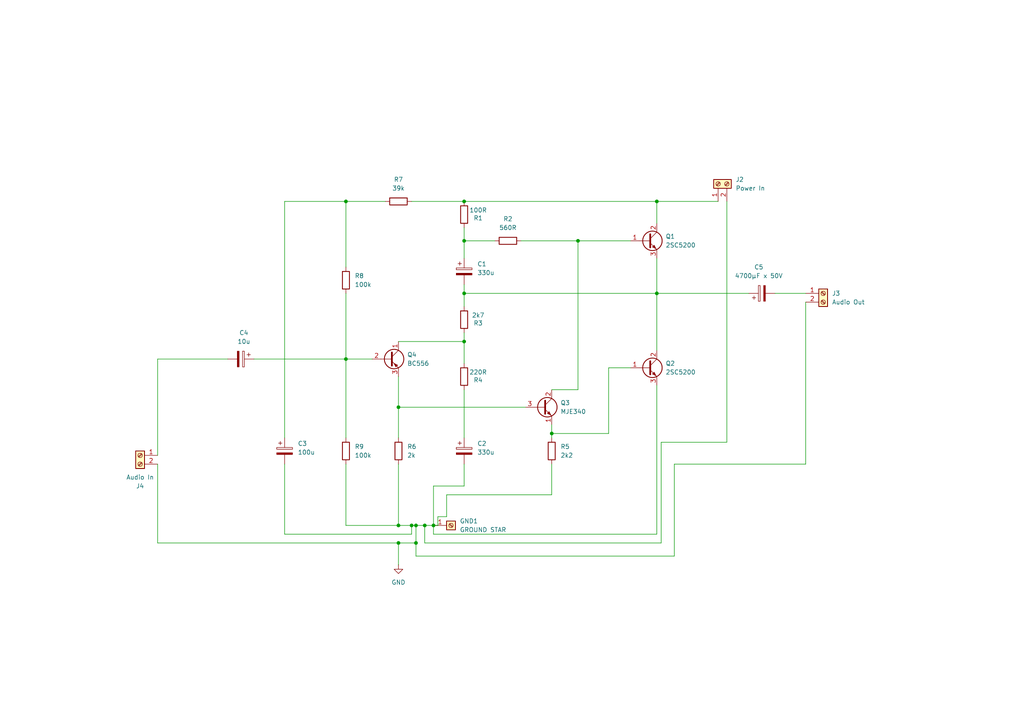
<source format=kicad_sch>
(kicad_sch (version 20250114) (generator "eeschema") (generator_version "9.0")
  (paper "A4")
  (title_block (title "BDNM-01") (date "2025-10-15"))
  (lib_symbols
    (symbol "Connector:Screw_Terminal_01x01" (pin_names (offset 1.016) (hide yes))
      (property "Reference" "J" (at 0 2.54 0))
      (property "Value" "Screw_Terminal_01x01" (at 0 -2.54 0))
      (symbol "Screw_Terminal_01x01_1_1"
        (rectangle (start -1.27 1.27) (end 1.27 -1.27) (stroke (width 0.254)) (fill (type background)))
        (polyline (pts (xy -0.5334 0.3302) (xy 0.3302 -0.508)) (stroke (width 0.1524)))
        (polyline (pts (xy -0.3556 0.508) (xy 0.508 -0.3302)) (stroke (width 0.1524)))
        (circle (center 0 0) (radius 0.635) (stroke (width 0.1524)))
        (pin passive line (at -5.08 0 0) (length 3.81) (name "Pin_1") (number "1"))
      )
    )
    (symbol "Connector:Screw_Terminal_01x02" (pin_names (offset 1.016) (hide yes))
      (property "Reference" "J" (at 0 2.54 0))
      (property "Value" "Screw_Terminal_01x02" (at 0 -5.08 0))
      (symbol "Screw_Terminal_01x02_1_1"
        (rectangle (start -1.27 1.27) (end 1.27 -3.81) (stroke (width 0.254)) (fill (type background)))
        (polyline (pts (xy -0.5334 0.3302) (xy 0.3302 -0.508)) (stroke (width 0.1524)))
        (polyline (pts (xy -0.5334 -2.2098) (xy 0.3302 -3.048)) (stroke (width 0.1524)))
        (polyline (pts (xy -0.3556 0.508) (xy 0.508 -0.3302)) (stroke (width 0.1524)))
        (polyline (pts (xy -0.3556 -2.032) (xy 0.508 -2.8702)) (stroke (width 0.1524)))
        (circle (center 0 0) (radius 0.635) (stroke (width 0.1524)))
        (circle (center 0 -2.54) (radius 0.635) (stroke (width 0.1524)))
        (pin passive line (at -5.08 0 0) (length 3.81) (name "Pin_1") (number "1"))
        (pin passive line (at -5.08 -2.54 0) (length 3.81) (name "Pin_2") (number "2"))
      )
    )
    (symbol "Device:C_Polarized" (pin_numbers (hide yes)) (pin_names (offset 0.254))
      (property "Reference" "C" (at 0.635 2.54 0))
      (property "Value" "C_Polarized" (at 0.635 -2.54 0))
      (symbol "C_Polarized_0_1"
        (rectangle (start -2.286 0.508) (end 2.286 1.016))
        (polyline (pts (xy -1.778 2.286) (xy -0.762 2.286)))
        (polyline (pts (xy -1.27 2.794) (xy -1.27 1.778)))
        (rectangle (start 2.286 -0.508) (end -2.286 -1.016) (fill (type outline)))
      )
      (symbol "C_Polarized_1_1"
        (pin passive line (at 0 3.81 270) (length 2.794) (name "~") (number "1"))
        (pin passive line (at 0 -3.81 90) (length 2.794) (name "~") (number "2"))
      )
    )
    (symbol "Device:R" (pin_numbers (hide yes)) (pin_names (offset 0))
      (property "Reference" "R" (at 2.032 0 90))
      (property "Value" "R" (at 0 0 90))
      (symbol "R_0_1"
        (rectangle (start -1.016 -2.54) (end 1.016 2.54) (stroke (width 0.254)))
      )
      (symbol "R_1_1"
        (pin passive line (at 0 3.81 270) (length 1.27) (name "~") (number "1"))
        (pin passive line (at 0 -3.81 90) (length 1.27) (name "~") (number "2"))
      )
    )
    (symbol "Transistor_BJT:BC556" (pin_names (offset 0) (hide yes))
      (property "Reference" "Q" (at 5.08 1.905 0))
      (property "Value" "BC556" (at 5.08 0 0))
      (symbol "BC556_0_1"
        (polyline (pts (xy -2.54 0) (xy 0.635 0)))
        (polyline (pts (xy 0.635 1.905) (xy 0.635 -1.905)) (stroke (width 0.508)))
        (polyline (pts (xy 0.635 0.635) (xy 2.54 2.54)))
        (polyline (pts (xy 0.635 -0.635) (xy 2.54 -2.54)))
        (circle (center 1.27 0) (radius 2.8194) (stroke (width 0.254)))
        (polyline (pts (xy 2.286 -1.778) (xy 1.778 -2.286) (xy 1.27 -1.27) (xy 2.286 -1.778)) (fill (type outline)))
      )
      (symbol "BC556_1_1"
        (pin input line (at -5.08 0 0) (length 2.54) (name "B") (number "2"))
        (pin passive line (at 2.54 5.08 270) (length 2.54) (name "C") (number "1"))
        (pin passive line (at 2.54 -5.08 90) (length 2.54) (name "E") (number "3"))
      )
    )
    (symbol "Transistor_BJT:Q_NPN_BCE" (pin_names (offset 0) (hide yes))
      (property "Reference" "Q" (at 5.08 1.27 0))
      (property "Value" "Q_NPN_BCE" (at 5.08 -1.27 0))
      (symbol "Q_NPN_BCE_0_1"
        (polyline (pts (xy -2.54 0) (xy 0.635 0)))
        (polyline (pts (xy 0.635 1.905) (xy 0.635 -1.905)) (stroke (width 0.508)))
        (circle (center 1.27 0) (radius 2.8194) (stroke (width 0.254)))
      )
      (symbol "Q_NPN_BCE_1_1"
        (polyline (pts (xy 0.635 0.635) (xy 2.54 2.54)))
        (polyline (pts (xy 0.635 -0.635) (xy 2.54 -2.54)))
        (polyline (pts (xy 1.27 -1.778) (xy 1.778 -1.27) (xy 2.286 -2.286) (xy 1.27 -1.778)) (fill (type outline)))
        (pin input line (at -5.08 0 0) (length 2.54) (name "B") (number "1"))
        (pin passive line (at 2.54 5.08 270) (length 2.54) (name "C") (number "2"))
        (pin passive line (at 2.54 -5.08 90) (length 2.54) (name "E") (number "3"))
      )
    )
    (symbol "Transistor_BJT:Q_NPN_ECB" (pin_names (offset 0) (hide yes))
      (property "Reference" "Q" (at 5.08 1.27 0))
      (property "Value" "Q_NPN_ECB" (at 5.08 -1.27 0))
      (symbol "Q_NPN_ECB_0_1"
        (polyline (pts (xy -2.54 0) (xy 0.635 0)))
        (polyline (pts (xy 0.635 1.905) (xy 0.635 -1.905)) (stroke (width 0.508)))
        (circle (center 1.27 0) (radius 2.8194) (stroke (width 0.254)))
      )
      (symbol "Q_NPN_ECB_1_1"
        (polyline (pts (xy 0.635 0.635) (xy 2.54 2.54)))
        (polyline (pts (xy 0.635 -0.635) (xy 2.54 -2.54)))
        (polyline (pts (xy 1.27 -1.778) (xy 1.778 -1.27) (xy 2.286 -2.286) (xy 1.27 -1.778)) (fill (type outline)))
        (pin input line (at -5.08 0 0) (length 2.54) (name "B") (number "3"))
        (pin passive line (at 2.54 5.08 270) (length 2.54) (name "C") (number "2"))
        (pin passive line (at 2.54 -5.08 90) (length 2.54) (name "E") (number "1"))
      )
    )
    (symbol "power:GND" (power) (pin_numbers (hide yes)) (pin_names (offset 0) (hide yes))
      (property "Value" "GND" (at 0 -3.81 0))
      (symbol "GND_0_1"
        (polyline (pts (xy 0 0) (xy 0 -1.27) (xy 1.27 -1.27) (xy 0 -2.54) (xy -1.27 -1.27) (xy 0 -1.27)))
      )
      (symbol "GND_1_1"
        (pin power_in line (at 0 0 270) (length 0) (name "~") (number "1"))
      )
    )
  )
  (junction (at 190.5 85.09))
  (junction (at 119.38 152.4))
  (junction (at 100.33 58.42))
  (junction (at 120.65 157.48))
  (junction (at 115.57 152.4))
  (junction (at 134.62 99.06))
  (junction (at 134.62 85.09))
  (junction (at 190.5 58.42))
  (junction (at 125.73 152.4))
  (junction (at 120.65 152.4))
  (junction (at 115.57 157.48))
  (junction (at 134.62 58.42))
  (junction (at 167.64 69.85))
  (junction (at 123.19 152.4))
  (junction (at 115.57 118.11))
  (junction (at 160.02 125.73))
  (junction (at 100.33 104.14))
  (junction (at 134.62 69.85))
  (wire (pts (xy 115.57 163.83) (xy 115.57 157.48)))
  (wire (pts (xy 160.02 125.73) (xy 160.02 127)))
  (wire (pts (xy 125.73 154.94) (xy 125.73 152.4)))
  (wire (pts (xy 176.53 106.68) (xy 182.88 106.68)))
  (wire (pts (xy 134.62 69.85) (xy 143.51 69.85)))
  (wire (pts (xy 129.54 143.51) (xy 129.54 149.86)))
  (wire (pts (xy 115.57 134.62) (xy 115.57 152.4)))
  (wire (pts (xy 115.57 99.06) (xy 134.62 99.06)))
  (wire (pts (xy 217.17 85.09) (xy 190.5 85.09)))
  (wire (pts (xy 190.5 74.93) (xy 190.5 85.09)))
  (wire (pts (xy 160.02 123.19) (xy 160.02 125.73)))
  (wire (pts (xy 151.13 69.85) (xy 167.64 69.85)))
  (wire (pts (xy 233.68 87.63) (xy 233.68 134.62)))
  (wire (pts (xy 120.65 152.4) (xy 120.65 157.48)))
  (wire (pts (xy 100.33 85.09) (xy 100.33 104.14)))
  (wire (pts (xy 45.72 104.14) (xy 66.04 104.14)))
  (wire (pts (xy 190.5 58.42) (xy 190.5 64.77)))
  (wire (pts (xy 160.02 134.62) (xy 160.02 143.51)))
  (wire (pts (xy 115.57 152.4) (xy 119.38 152.4)))
  (wire (pts (xy 134.62 99.06) (xy 134.62 105.41)))
  (wire (pts (xy 134.62 140.97) (xy 134.62 134.62)))
  (wire (pts (xy 190.5 58.42) (xy 208.28 58.42)))
  (wire (pts (xy 195.58 161.29) (xy 120.65 161.29)))
  (wire (pts (xy 134.62 69.85) (xy 134.62 74.93)))
  (wire (pts (xy 120.65 157.48) (xy 120.65 161.29)))
  (wire (pts (xy 115.57 157.48) (xy 120.65 157.48)))
  (wire (pts (xy 160.02 113.03) (xy 167.64 113.03)))
  (wire (pts (xy 191.77 128.27) (xy 191.77 157.48)))
  (wire (pts (xy 123.19 152.4) (xy 125.73 152.4)))
  (wire (pts (xy 134.62 113.03) (xy 134.62 127)))
  (wire (pts (xy 73.66 104.14) (xy 100.33 104.14)))
  (wire (pts (xy 160.02 143.51) (xy 129.54 143.51)))
  (wire (pts (xy 160.02 125.73) (xy 176.53 125.73)))
  (wire (pts (xy 176.53 106.68) (xy 176.53 125.73)))
  (wire (pts (xy 134.62 66.04) (xy 134.62 69.85)))
  (wire (pts (xy 100.33 152.4) (xy 115.57 152.4)))
  (wire (pts (xy 134.62 58.42) (xy 190.5 58.42)))
  (wire (pts (xy 100.33 58.42) (xy 100.33 77.47)))
  (wire (pts (xy 82.55 154.94) (xy 119.38 154.94)))
  (wire (pts (xy 195.58 134.62) (xy 233.68 134.62)))
  (wire (pts (xy 100.33 104.14) (xy 100.33 127)))
  (wire (pts (xy 82.55 58.42) (xy 100.33 58.42)))
  (wire (pts (xy 111.76 58.42) (xy 100.33 58.42)))
  (wire (pts (xy 45.72 157.48) (xy 115.57 157.48)))
  (wire (pts (xy 120.65 152.4) (xy 123.19 152.4)))
  (wire (pts (xy 119.38 154.94) (xy 119.38 152.4)))
  (wire (pts (xy 190.5 101.6) (xy 190.5 85.09)))
  (wire (pts (xy 115.57 109.22) (xy 115.57 118.11)))
  (wire (pts (xy 134.62 85.09) (xy 190.5 85.09)))
  (wire (pts (xy 134.62 96.52) (xy 134.62 99.06)))
  (wire (pts (xy 119.38 152.4) (xy 120.65 152.4)))
  (wire (pts (xy 82.55 127) (xy 82.55 58.42)))
  (wire (pts (xy 125.73 152.4) (xy 125.73 140.97)))
  (wire (pts (xy 167.64 69.85) (xy 167.64 113.03)))
  (wire (pts (xy 191.77 157.48) (xy 123.19 157.48)))
  (wire (pts (xy 190.5 154.94) (xy 125.73 154.94)))
  (wire (pts (xy 134.62 85.09) (xy 134.62 88.9)))
  (wire (pts (xy 195.58 134.62) (xy 195.58 161.29)))
  (wire (pts (xy 134.62 58.42) (xy 119.38 58.42)))
  (wire (pts (xy 129.54 149.86) (xy 127 149.86)))
  (wire (pts (xy 100.33 134.62) (xy 100.33 152.4)))
  (wire (pts (xy 127 149.86) (xy 127 152.4)))
  (wire (pts (xy 115.57 118.11) (xy 115.57 127)))
  (wire (pts (xy 100.33 104.14) (xy 107.95 104.14)))
  (wire (pts (xy 125.73 140.97) (xy 134.62 140.97)))
  (wire (pts (xy 182.88 69.85) (xy 167.64 69.85)))
  (wire (pts (xy 45.72 134.62) (xy 45.72 157.48)))
  (wire (pts (xy 82.55 134.62) (xy 82.55 154.94)))
  (wire (pts (xy 45.72 104.14) (xy 45.72 132.08)))
  (wire (pts (xy 210.82 58.42) (xy 210.82 128.27)))
  (wire (pts (xy 210.82 128.27) (xy 191.77 128.27)))
  (wire (pts (xy 127 152.4) (xy 125.73 152.4)))
  (wire (pts (xy 115.57 118.11) (xy 152.4 118.11)))
  (wire (pts (xy 190.5 111.76) (xy 190.5 154.94)))
  (wire (pts (xy 123.19 157.48) (xy 123.19 152.4)))
  (wire (pts (xy 134.62 82.55) (xy 134.62 85.09)))
  (wire (pts (xy 224.79 85.09) (xy 233.68 85.09)))
  (symbol (lib_id "Device:R") (at 134.62 62.23 0) (unit 1)
    (property "Reference" "R1" (at 138.684 63.246 0))
    (property "Value" "100R" (at 138.684 60.96 0))
    (property "Footprint" "Resistor_THT:R_Axial_DIN0207_L6.3mm_D2.5mm_P10.16mm_Horizontal" (effects (hide yes)))
    (property "Description" "Resistor" (effects (hide yes)))
  )
  (symbol (lib_id "Transistor_BJT:Q_NPN_BCE") (at 187.96 69.85 0) (unit 1)
    (property "Reference" "Q1" (at 193.04 68.5799 0) (effects (justify left)))
    (property "Value" "2SC5200" (at 193.04 71.1199 0) (effects (justify left)))
    (property "Footprint" "Package_TO_SOT_THT:TO-264-3_Vertical" (effects (hide yes)))
    (property "Description" "NPN transistor, base/collector/emitter" (effects (hide yes)))
  )
  (symbol (lib_id "Device:R") (at 115.57 58.42 90) (unit 1)
    (property "Reference" "R7" (at 115.57 52.07 90))
    (property "Value" "39k" (at 115.57 54.61 90))
    (property "Footprint" "Resistor_THT:R_Axial_DIN0207_L6.3mm_D2.5mm_P10.16mm_Horizontal" (effects (hide yes)))
    (property "Description" "Resistor" (effects (hide yes)))
  )
  (symbol (lib_id "Connector:Screw_Terminal_01x01") (at 130.81 152.4 0) (unit 1)
    (property "Reference" "GND1" (at 133.35 151.1299 0) (effects (justify left)))
    (property "Value" "GROUND STAR" (at 133.35 153.6699 0) (effects (justify left)))
    (property "Footprint" "TestPoint:TestPoint_THTPad_D4.0mm_Drill2.0mm" (effects (hide yes)))
    (property "Description" "Generic screw terminal, single row, 01x01, script generated (kicad-library-utils/schlib/autogen/connector/)" (effects (hide yes)))
  )
  (symbol (lib_id "Device:R") (at 160.02 130.81 0) (unit 1)
    (property "Reference" "R5" (at 162.56 129.5399 0) (effects (justify left)))
    (property "Value" "2k2" (at 162.56 132.0799 0) (effects (justify left)))
    (property "Footprint" "Resistor_THT:R_Axial_DIN0207_L6.3mm_D2.5mm_P10.16mm_Horizontal" (effects (hide yes)))
    (property "Description" "Resistor" (effects (hide yes)))
  )
  (symbol (lib_id "Device:R") (at 100.33 81.28 0) (unit 1)
    (property "Reference" "R8" (at 102.87 80.0099 0) (effects (justify left)))
    (property "Value" "100k" (at 102.87 82.5499 0) (effects (justify left)))
    (property "Footprint" "Resistor_THT:R_Axial_DIN0207_L6.3mm_D2.5mm_P10.16mm_Horizontal" (effects (hide yes)))
    (property "Description" "Resistor" (effects (hide yes)))
  )
  (symbol (lib_id "Connector:Screw_Terminal_01x02") (at 208.28 53.34 90) (unit 1)
    (property "Reference" "J2" (at 213.36 52.0699 90) (effects (justify right)))
    (property "Value" "Power In" (at 213.36 54.6099 90) (effects (justify right)))
    (property "Footprint" "TerminalBlock_Altech:Altech_AK300_1x02_P5.00mm_45-Degree" (effects (hide yes)))
    (property "Description" "Generic screw terminal, single row, 01x02, script generated (kicad-library-utils/schlib/autogen/connector/)" (effects (hide yes)))
  )
  (symbol (lib_id "Device:C_Polarized") (at 134.62 130.81 0) (unit 1)
    (property "Reference" "C2" (at 138.43 128.6509 0) (effects (justify left)))
    (property "Value" "330u" (at 138.43 131.1909 0) (effects (justify left)))
    (property "Footprint" "Capacitor_THT:CP_Radial_D10.0mm_P5.00mm" (effects (hide yes)))
    (property "Description" "Polarized capacitor" (effects (hide yes)))
  )
  (symbol (lib_id "Transistor_BJT:Q_NPN_ECB") (at 157.48 118.11 0) (unit 1)
    (property "Reference" "Q3" (at 162.56 116.8399 0) (effects (justify left)))
    (property "Value" "MJE340" (at 162.56 119.3799 0) (effects (justify left)))
    (property "Footprint" "Package_TO_SOT_THT:TO-220-3_Vertical" (effects (hide yes)))
    (property "Description" "NPN transistor, emitter/collector/base" (effects (hide yes)))
  )
  (symbol (lib_id "Device:C_Polarized") (at 220.98 85.09 90) (unit 1)
    (property "Reference" "C5" (at 220.091 77.47 90))
    (property "Value" "4700 µF x 50 V" (at 220.091 80.01 90))
    (property "Footprint" "Capacitor_THT:CP_Radial_D22.0mm_P10.00mm_SnapIn" (effects (hide yes)))
    (property "Description" "Polarized capacitor" (effects (hide yes)))
  )
  (symbol (lib_id "Device:C_Polarized") (at 82.55 130.81 0) (unit 1)
    (property "Reference" "C3" (at 86.36 128.6509 0) (effects (justify left)))
    (property "Value" "100u" (at 86.36 131.1909 0) (effects (justify left)))
    (property "Footprint" "Capacitor_THT:CP_Radial_D6.3mm_P2.50mm" (effects (hide yes)))
    (property "Description" "Polarized capacitor" (effects (hide yes)))
  )
  (symbol (lib_id "Connector:Screw_Terminal_01x02") (at 40.64 132.08 0) (mirror y) (unit 1)
    (property "Reference" "J4" (at 40.64 140.97 0))
    (property "Value" "Audio In" (at 40.64 138.43 0))
    (property "Footprint" "TerminalBlock_Altech:Altech_AK300_1x02_P5.00mm_45-Degree" (effects (hide yes)))
    (property "Description" "Generic screw terminal, single row, 01x02, script generated (kicad-library-utils/schlib/autogen/connector/)" (effects (hide yes)))
  )
  (symbol (lib_id "Device:R") (at 100.33 130.81 0) (unit 1)
    (property "Reference" "R9" (at 102.87 129.5399 0) (effects (justify left)))
    (property "Value" "100k" (at 102.87 132.0799 0) (effects (justify left)))
    (property "Footprint" "Resistor_THT:R_Axial_DIN0207_L6.3mm_D2.5mm_P10.16mm_Horizontal" (effects (hide yes)))
    (property "Description" "Resistor" (effects (hide yes)))
  )
  (symbol (lib_id "Transistor_BJT:BC556") (at 113.03 104.14 0) (unit 1)
    (property "Reference" "Q4" (at 118.11 102.8699 0) (effects (justify left)))
    (property "Value" "BC556" (at 118.11 105.4099 0) (effects (justify left)))
    (property "Footprint" "Package_TO_SOT_THT:TO-92_Inline" (effects (hide yes)))
    (property "Datasheet" "https://www.onsemi.com/pub/Collateral/BC556BTA-D.pdf" (effects (hide yes)))
    (property "Description" "0.1A Ic, 65V Vce, PNP Small Signal Transistor, TO-92" (effects (hide yes)))
  )
  (symbol (lib_id "Transistor_BJT:Q_NPN_BCE") (at 187.96 106.68 0) (unit 1)
    (property "Reference" "Q2" (at 193.04 105.4099 0) (effects (justify left)))
    (property "Value" "2SC5200" (at 193.04 107.9499 0) (effects (justify left)))
    (property "Footprint" "Package_TO_SOT_THT:TO-264-3_Vertical" (effects (hide yes)))
    (property "Description" "NPN transistor, base/collector/emitter" (effects (hide yes)))
  )
  (symbol (lib_id "Device:R") (at 115.57 130.81 0) (unit 1)
    (property "Reference" "R6" (at 118.11 129.5399 0) (effects (justify left)))
    (property "Value" "2k" (at 118.11 132.0799 0) (effects (justify left)))
    (property "Footprint" "Resistor_THT:R_Axial_DIN0207_L6.3mm_D2.5mm_P10.16mm_Horizontal" (effects (hide yes)))
    (property "Description" "Resistor" (effects (hide yes)))
  )
  (symbol (lib_id "Device:C_Polarized") (at 69.85 104.14 270) (unit 1)
    (property "Reference" "C4" (at 70.739 96.52 90))
    (property "Value" "10u" (at 70.739 99.06 90))
    (property "Footprint" "Capacitor_THT:CP_Radial_D5.0mm_P2.00mm" (effects (hide yes)))
    (property "Description" "Polarized capacitor" (effects (hide yes)))
  )
  (symbol (lib_id "power:GND") (at 115.57 163.83 0) (unit 1)
    (property "Reference" "#PWR01" (effects (hide yes)))
    (property "Value" "GND" (at 115.57 168.91 0))
    (property "Description" "Power symbol creates a global label with name \"GND\" , ground" (effects (hide yes)))
  )
  (symbol (lib_id "Device:R") (at 134.62 109.22 0) (unit 1)
    (property "Reference" "R4" (at 138.684 110.236 0))
    (property "Value" "220R" (at 138.684 107.95 0))
    (property "Footprint" "Resistor_THT:R_Axial_DIN0207_L6.3mm_D2.5mm_P10.16mm_Horizontal" (effects (hide yes)))
    (property "Description" "Resistor" (effects (hide yes)))
  )
  (symbol (lib_id "Device:R") (at 147.32 69.85 90) (unit 1)
    (property "Reference" "R2" (at 147.32 63.5 90))
    (property "Value" "560R" (at 147.32 66.04 90))
    (property "Footprint" "Resistor_THT:R_Axial_DIN0207_L6.3mm_D2.5mm_P10.16mm_Horizontal" (effects (hide yes)))
    (property "Description" "Resistor" (effects (hide yes)))
  )
  (symbol (lib_id "Device:R") (at 134.62 92.71 0) (unit 1)
    (property "Reference" "R3" (at 138.684 93.726 0))
    (property "Value" "2k7" (at 138.684 91.44 0))
    (property "Footprint" "Resistor_THT:R_Axial_DIN0207_L6.3mm_D2.5mm_P10.16mm_Horizontal" (effects (hide yes)))
    (property "Description" "Resistor" (effects (hide yes)))
  )
  (symbol (lib_id "Connector:Screw_Terminal_01x02") (at 238.76 85.09 0) (unit 1)
    (property "Reference" "J3" (at 241.3 85.0899 0) (effects (justify left)))
    (property "Value" "Audio Out" (at 241.3 87.6299 0) (effects (justify left)))
    (property "Footprint" "TerminalBlock_Altech:Altech_AK300_1x02_P5.00mm_45-Degree" (effects (hide yes)))
    (property "Description" "Generic screw terminal, single row, 01x02, script generated (kicad-library-utils/schlib/autogen/connector/)" (effects (hide yes)))
  )
  (symbol (lib_id "Device:C_Polarized") (at 134.62 78.74 0) (unit 1)
    (property "Reference" "C1" (at 138.43 76.5809 0) (effects (justify left)))
    (property "Value" "330u" (at 138.43 79.1209 0) (effects (justify left)))
    (property "Footprint" "Capacitor_THT:CP_Radial_D10.0mm_P5.00mm" (effects (hide yes)))
    (property "Description" "Polarized capacitor" (effects (hide yes)))
  )
)
</source>
